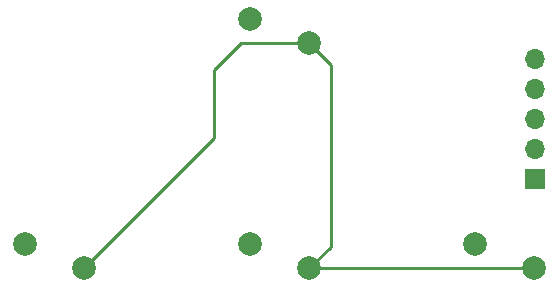
<source format=gbl>
G04 #@! TF.GenerationSoftware,KiCad,Pcbnew,6.0.11-2627ca5db0~126~ubuntu22.04.1*
G04 #@! TF.CreationDate,2023-03-31T14:28:34-07:00*
G04 #@! TF.ProjectId,arrow-cluster-choc,6172726f-772d-4636-9c75-737465722d63,rev?*
G04 #@! TF.SameCoordinates,Original*
G04 #@! TF.FileFunction,Copper,L2,Bot*
G04 #@! TF.FilePolarity,Positive*
%FSLAX46Y46*%
G04 Gerber Fmt 4.6, Leading zero omitted, Abs format (unit mm)*
G04 Created by KiCad (PCBNEW 6.0.11-2627ca5db0~126~ubuntu22.04.1) date 2023-03-31 14:28:34*
%MOMM*%
%LPD*%
G01*
G04 APERTURE LIST*
G04 #@! TA.AperFunction,ComponentPad*
%ADD10R,1.700000X1.700000*%
G04 #@! TD*
G04 #@! TA.AperFunction,ComponentPad*
%ADD11O,1.700000X1.700000*%
G04 #@! TD*
G04 #@! TA.AperFunction,ComponentPad*
%ADD12C,2.000000*%
G04 #@! TD*
G04 #@! TA.AperFunction,Conductor*
%ADD13C,0.250000*%
G04 #@! TD*
G04 APERTURE END LIST*
D10*
X137400000Y-61000000D03*
D11*
X137400000Y-58460000D03*
X137400000Y-55920000D03*
X137400000Y-53380000D03*
X137400000Y-50840000D03*
D12*
X99234000Y-68590000D03*
X94234000Y-66490000D03*
X137334000Y-68590000D03*
X132334000Y-66490000D03*
X118284000Y-49540000D03*
X113284000Y-47440000D03*
X118284000Y-68590000D03*
X113284000Y-66490000D03*
D13*
X110236000Y-57588000D02*
X110236000Y-51816000D01*
X120109001Y-51365001D02*
X120109001Y-66764999D01*
X118284000Y-68590000D02*
X137334000Y-68590000D01*
X99234000Y-68590000D02*
X110236000Y-57588000D01*
X112512000Y-49540000D02*
X118284000Y-49540000D01*
X118284000Y-49540000D02*
X120109001Y-51365001D01*
X120109001Y-66764999D02*
X118284000Y-68590000D01*
X110236000Y-51816000D02*
X112512000Y-49540000D01*
M02*

</source>
